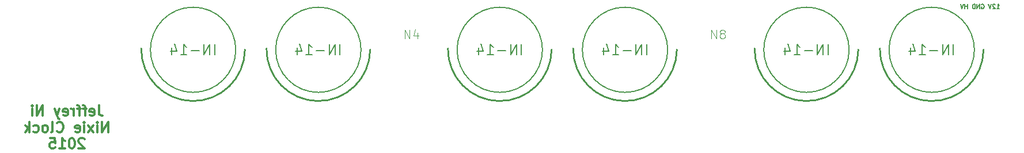
<source format=gbr>
G04 #@! TF.FileFunction,Legend,Bot*
%FSLAX46Y46*%
G04 Gerber Fmt 4.6, Leading zero omitted, Abs format (unit mm)*
G04 Created by KiCad (PCBNEW 4.0.0-rc1-stable) date 11/15/2015 9:58:47 PM*
%MOMM*%
G01*
G04 APERTURE LIST*
%ADD10C,0.100000*%
%ADD11C,0.158750*%
%ADD12C,0.300000*%
%ADD13C,0.127000*%
%ADD14C,0.254000*%
%ADD15C,0.150000*%
%ADD16C,0.088900*%
G04 APERTURE END LIST*
D10*
D11*
X168946286Y-72042262D02*
X169309144Y-72042262D01*
X169127715Y-72042262D02*
X169127715Y-71407262D01*
X169188191Y-71497976D01*
X169248667Y-71558452D01*
X169309144Y-71588690D01*
X168704382Y-71467738D02*
X168674144Y-71437500D01*
X168613667Y-71407262D01*
X168462477Y-71407262D01*
X168402001Y-71437500D01*
X168371763Y-71467738D01*
X168341524Y-71528214D01*
X168341524Y-71588690D01*
X168371763Y-71679405D01*
X168734620Y-72042262D01*
X168341524Y-72042262D01*
X168160096Y-71407262D02*
X167948429Y-72042262D01*
X167736762Y-71407262D01*
X166708666Y-71437500D02*
X166769143Y-71407262D01*
X166859857Y-71407262D01*
X166950571Y-71437500D01*
X167011047Y-71497976D01*
X167041286Y-71558452D01*
X167071524Y-71679405D01*
X167071524Y-71770119D01*
X167041286Y-71891071D01*
X167011047Y-71951548D01*
X166950571Y-72012024D01*
X166859857Y-72042262D01*
X166799381Y-72042262D01*
X166708666Y-72012024D01*
X166678428Y-71981786D01*
X166678428Y-71770119D01*
X166799381Y-71770119D01*
X166406286Y-72042262D02*
X166406286Y-71407262D01*
X166043428Y-72042262D01*
X166043428Y-71407262D01*
X165741048Y-72042262D02*
X165741048Y-71407262D01*
X165589857Y-71407262D01*
X165499143Y-71437500D01*
X165438667Y-71497976D01*
X165408428Y-71558452D01*
X165378190Y-71679405D01*
X165378190Y-71770119D01*
X165408428Y-71891071D01*
X165438667Y-71951548D01*
X165499143Y-72012024D01*
X165589857Y-72042262D01*
X165741048Y-72042262D01*
X164622238Y-72042262D02*
X164622238Y-71407262D01*
X164622238Y-71709643D02*
X164259380Y-71709643D01*
X164259380Y-72042262D02*
X164259380Y-71407262D01*
X164047714Y-71407262D02*
X163836047Y-72042262D01*
X163624380Y-71407262D01*
D12*
X36936571Y-86313571D02*
X36936571Y-87385000D01*
X37007999Y-87599286D01*
X37150856Y-87742143D01*
X37365142Y-87813571D01*
X37507999Y-87813571D01*
X35650857Y-87742143D02*
X35793714Y-87813571D01*
X36079428Y-87813571D01*
X36222285Y-87742143D01*
X36293714Y-87599286D01*
X36293714Y-87027857D01*
X36222285Y-86885000D01*
X36079428Y-86813571D01*
X35793714Y-86813571D01*
X35650857Y-86885000D01*
X35579428Y-87027857D01*
X35579428Y-87170714D01*
X36293714Y-87313571D01*
X35150857Y-86813571D02*
X34579428Y-86813571D01*
X34936571Y-87813571D02*
X34936571Y-86527857D01*
X34865143Y-86385000D01*
X34722285Y-86313571D01*
X34579428Y-86313571D01*
X34293714Y-86813571D02*
X33722285Y-86813571D01*
X34079428Y-87813571D02*
X34079428Y-86527857D01*
X34008000Y-86385000D01*
X33865142Y-86313571D01*
X33722285Y-86313571D01*
X33222285Y-87813571D02*
X33222285Y-86813571D01*
X33222285Y-87099286D02*
X33150857Y-86956429D01*
X33079428Y-86885000D01*
X32936571Y-86813571D01*
X32793714Y-86813571D01*
X31722286Y-87742143D02*
X31865143Y-87813571D01*
X32150857Y-87813571D01*
X32293714Y-87742143D01*
X32365143Y-87599286D01*
X32365143Y-87027857D01*
X32293714Y-86885000D01*
X32150857Y-86813571D01*
X31865143Y-86813571D01*
X31722286Y-86885000D01*
X31650857Y-87027857D01*
X31650857Y-87170714D01*
X32365143Y-87313571D01*
X31150857Y-86813571D02*
X30793714Y-87813571D01*
X30436572Y-86813571D02*
X30793714Y-87813571D01*
X30936572Y-88170714D01*
X31008000Y-88242143D01*
X31150857Y-88313571D01*
X28722286Y-87813571D02*
X28722286Y-86313571D01*
X27865143Y-87813571D01*
X27865143Y-86313571D01*
X27150857Y-87813571D02*
X27150857Y-86813571D01*
X27150857Y-86313571D02*
X27222286Y-86385000D01*
X27150857Y-86456429D01*
X27079429Y-86385000D01*
X27150857Y-86313571D01*
X27150857Y-86456429D01*
X38293714Y-90213571D02*
X38293714Y-88713571D01*
X37436571Y-90213571D01*
X37436571Y-88713571D01*
X36722285Y-90213571D02*
X36722285Y-89213571D01*
X36722285Y-88713571D02*
X36793714Y-88785000D01*
X36722285Y-88856429D01*
X36650857Y-88785000D01*
X36722285Y-88713571D01*
X36722285Y-88856429D01*
X36150856Y-90213571D02*
X35365142Y-89213571D01*
X36150856Y-89213571D02*
X35365142Y-90213571D01*
X34793713Y-90213571D02*
X34793713Y-89213571D01*
X34793713Y-88713571D02*
X34865142Y-88785000D01*
X34793713Y-88856429D01*
X34722285Y-88785000D01*
X34793713Y-88713571D01*
X34793713Y-88856429D01*
X33507999Y-90142143D02*
X33650856Y-90213571D01*
X33936570Y-90213571D01*
X34079427Y-90142143D01*
X34150856Y-89999286D01*
X34150856Y-89427857D01*
X34079427Y-89285000D01*
X33936570Y-89213571D01*
X33650856Y-89213571D01*
X33507999Y-89285000D01*
X33436570Y-89427857D01*
X33436570Y-89570714D01*
X34150856Y-89713571D01*
X30793713Y-90070714D02*
X30865142Y-90142143D01*
X31079428Y-90213571D01*
X31222285Y-90213571D01*
X31436570Y-90142143D01*
X31579428Y-89999286D01*
X31650856Y-89856429D01*
X31722285Y-89570714D01*
X31722285Y-89356429D01*
X31650856Y-89070714D01*
X31579428Y-88927857D01*
X31436570Y-88785000D01*
X31222285Y-88713571D01*
X31079428Y-88713571D01*
X30865142Y-88785000D01*
X30793713Y-88856429D01*
X29936570Y-90213571D02*
X30079428Y-90142143D01*
X30150856Y-89999286D01*
X30150856Y-88713571D01*
X29150856Y-90213571D02*
X29293714Y-90142143D01*
X29365142Y-90070714D01*
X29436571Y-89927857D01*
X29436571Y-89499286D01*
X29365142Y-89356429D01*
X29293714Y-89285000D01*
X29150856Y-89213571D01*
X28936571Y-89213571D01*
X28793714Y-89285000D01*
X28722285Y-89356429D01*
X28650856Y-89499286D01*
X28650856Y-89927857D01*
X28722285Y-90070714D01*
X28793714Y-90142143D01*
X28936571Y-90213571D01*
X29150856Y-90213571D01*
X27365142Y-90142143D02*
X27507999Y-90213571D01*
X27793713Y-90213571D01*
X27936571Y-90142143D01*
X28007999Y-90070714D01*
X28079428Y-89927857D01*
X28079428Y-89499286D01*
X28007999Y-89356429D01*
X27936571Y-89285000D01*
X27793713Y-89213571D01*
X27507999Y-89213571D01*
X27365142Y-89285000D01*
X26722285Y-90213571D02*
X26722285Y-88713571D01*
X26579428Y-89642143D02*
X26150857Y-90213571D01*
X26150857Y-89213571D02*
X26722285Y-89785000D01*
X34829428Y-91256429D02*
X34757999Y-91185000D01*
X34615142Y-91113571D01*
X34257999Y-91113571D01*
X34115142Y-91185000D01*
X34043713Y-91256429D01*
X33972285Y-91399286D01*
X33972285Y-91542143D01*
X34043713Y-91756429D01*
X34900856Y-92613571D01*
X33972285Y-92613571D01*
X33043714Y-91113571D02*
X32900857Y-91113571D01*
X32758000Y-91185000D01*
X32686571Y-91256429D01*
X32615142Y-91399286D01*
X32543714Y-91685000D01*
X32543714Y-92042143D01*
X32615142Y-92327857D01*
X32686571Y-92470714D01*
X32758000Y-92542143D01*
X32900857Y-92613571D01*
X33043714Y-92613571D01*
X33186571Y-92542143D01*
X33258000Y-92470714D01*
X33329428Y-92327857D01*
X33400857Y-92042143D01*
X33400857Y-91685000D01*
X33329428Y-91399286D01*
X33258000Y-91256429D01*
X33186571Y-91185000D01*
X33043714Y-91113571D01*
X31115143Y-92613571D02*
X31972286Y-92613571D01*
X31543714Y-92613571D02*
X31543714Y-91113571D01*
X31686571Y-91327857D01*
X31829429Y-91470714D01*
X31972286Y-91542143D01*
X29758000Y-91113571D02*
X30472286Y-91113571D01*
X30543715Y-91827857D01*
X30472286Y-91756429D01*
X30329429Y-91685000D01*
X29972286Y-91685000D01*
X29829429Y-91756429D01*
X29758000Y-91827857D01*
X29686572Y-91970714D01*
X29686572Y-92327857D01*
X29758000Y-92470714D01*
X29829429Y-92542143D01*
X29972286Y-92613571D01*
X30329429Y-92613571D01*
X30472286Y-92542143D01*
X30543715Y-92470714D01*
D13*
X57071811Y-78105000D02*
G75*
G03X57071811Y-78105000I-6271811J0D01*
G01*
D14*
X58419851Y-78118299D02*
G75*
G02X43180000Y-77947520I-7619851J92039D01*
G01*
D13*
X75486811Y-78105000D02*
G75*
G03X75486811Y-78105000I-6271811J0D01*
G01*
D14*
X76834851Y-78118299D02*
G75*
G02X61595000Y-77947520I-7619851J92039D01*
G01*
D13*
X102156811Y-78105000D02*
G75*
G03X102156811Y-78105000I-6271811J0D01*
G01*
D14*
X103504851Y-78118299D02*
G75*
G02X88265000Y-77947520I-7619851J92039D01*
G01*
D13*
X120571811Y-78105000D02*
G75*
G03X120571811Y-78105000I-6271811J0D01*
G01*
D14*
X121919851Y-78118299D02*
G75*
G02X106680000Y-77947520I-7619851J92039D01*
G01*
D13*
X147241811Y-78105000D02*
G75*
G03X147241811Y-78105000I-6271811J0D01*
G01*
D14*
X148589851Y-78118299D02*
G75*
G02X133350000Y-77947520I-7619851J92039D01*
G01*
D13*
X165656811Y-78105000D02*
G75*
G03X165656811Y-78105000I-6271811J0D01*
G01*
D14*
X167004851Y-78118299D02*
G75*
G02X151765000Y-77947520I-7619851J92039D01*
G01*
D15*
X53993143Y-78794429D02*
X53993143Y-77270429D01*
X53267429Y-78794429D02*
X53267429Y-77270429D01*
X52396572Y-78794429D01*
X52396572Y-77270429D01*
X51670858Y-78213857D02*
X50509715Y-78213857D01*
X48985715Y-78794429D02*
X49856572Y-78794429D01*
X49421144Y-78794429D02*
X49421144Y-77270429D01*
X49566287Y-77488143D01*
X49711429Y-77633286D01*
X49856572Y-77705857D01*
X47679429Y-77778429D02*
X47679429Y-78794429D01*
X48042286Y-77197857D02*
X48405143Y-78286429D01*
X47461715Y-78286429D01*
X72408143Y-78794429D02*
X72408143Y-77270429D01*
X71682429Y-78794429D02*
X71682429Y-77270429D01*
X70811572Y-78794429D01*
X70811572Y-77270429D01*
X70085858Y-78213857D02*
X68924715Y-78213857D01*
X67400715Y-78794429D02*
X68271572Y-78794429D01*
X67836144Y-78794429D02*
X67836144Y-77270429D01*
X67981287Y-77488143D01*
X68126429Y-77633286D01*
X68271572Y-77705857D01*
X66094429Y-77778429D02*
X66094429Y-78794429D01*
X66457286Y-77197857D02*
X66820143Y-78286429D01*
X65876715Y-78286429D01*
X99078143Y-78794429D02*
X99078143Y-77270429D01*
X98352429Y-78794429D02*
X98352429Y-77270429D01*
X97481572Y-78794429D01*
X97481572Y-77270429D01*
X96755858Y-78213857D02*
X95594715Y-78213857D01*
X94070715Y-78794429D02*
X94941572Y-78794429D01*
X94506144Y-78794429D02*
X94506144Y-77270429D01*
X94651287Y-77488143D01*
X94796429Y-77633286D01*
X94941572Y-77705857D01*
X92764429Y-77778429D02*
X92764429Y-78794429D01*
X93127286Y-77197857D02*
X93490143Y-78286429D01*
X92546715Y-78286429D01*
D16*
X81899881Y-76457024D02*
X81899881Y-75187024D01*
X82625595Y-76457024D01*
X82625595Y-75187024D01*
X83774643Y-75610357D02*
X83774643Y-76457024D01*
X83472262Y-75126548D02*
X83169881Y-76033690D01*
X83956071Y-76033690D01*
D15*
X117493143Y-78794429D02*
X117493143Y-77270429D01*
X116767429Y-78794429D02*
X116767429Y-77270429D01*
X115896572Y-78794429D01*
X115896572Y-77270429D01*
X115170858Y-78213857D02*
X114009715Y-78213857D01*
X112485715Y-78794429D02*
X113356572Y-78794429D01*
X112921144Y-78794429D02*
X112921144Y-77270429D01*
X113066287Y-77488143D01*
X113211429Y-77633286D01*
X113356572Y-77705857D01*
X111179429Y-77778429D02*
X111179429Y-78794429D01*
X111542286Y-77197857D02*
X111905143Y-78286429D01*
X110961715Y-78286429D01*
X144163143Y-78794429D02*
X144163143Y-77270429D01*
X143437429Y-78794429D02*
X143437429Y-77270429D01*
X142566572Y-78794429D01*
X142566572Y-77270429D01*
X141840858Y-78213857D02*
X140679715Y-78213857D01*
X139155715Y-78794429D02*
X140026572Y-78794429D01*
X139591144Y-78794429D02*
X139591144Y-77270429D01*
X139736287Y-77488143D01*
X139881429Y-77633286D01*
X140026572Y-77705857D01*
X137849429Y-77778429D02*
X137849429Y-78794429D01*
X138212286Y-77197857D02*
X138575143Y-78286429D01*
X137631715Y-78286429D01*
X162578143Y-78794429D02*
X162578143Y-77270429D01*
X161852429Y-78794429D02*
X161852429Y-77270429D01*
X160981572Y-78794429D01*
X160981572Y-77270429D01*
X160255858Y-78213857D02*
X159094715Y-78213857D01*
X157570715Y-78794429D02*
X158441572Y-78794429D01*
X158006144Y-78794429D02*
X158006144Y-77270429D01*
X158151287Y-77488143D01*
X158296429Y-77633286D01*
X158441572Y-77705857D01*
X156264429Y-77778429D02*
X156264429Y-78794429D01*
X156627286Y-77197857D02*
X156990143Y-78286429D01*
X156046715Y-78286429D01*
D16*
X126984881Y-76457024D02*
X126984881Y-75187024D01*
X127710595Y-76457024D01*
X127710595Y-75187024D01*
X128496786Y-75731310D02*
X128375833Y-75670833D01*
X128315357Y-75610357D01*
X128254881Y-75489405D01*
X128254881Y-75428929D01*
X128315357Y-75307976D01*
X128375833Y-75247500D01*
X128496786Y-75187024D01*
X128738690Y-75187024D01*
X128859643Y-75247500D01*
X128920119Y-75307976D01*
X128980595Y-75428929D01*
X128980595Y-75489405D01*
X128920119Y-75610357D01*
X128859643Y-75670833D01*
X128738690Y-75731310D01*
X128496786Y-75731310D01*
X128375833Y-75791786D01*
X128315357Y-75852262D01*
X128254881Y-75973214D01*
X128254881Y-76215119D01*
X128315357Y-76336071D01*
X128375833Y-76396548D01*
X128496786Y-76457024D01*
X128738690Y-76457024D01*
X128859643Y-76396548D01*
X128920119Y-76336071D01*
X128980595Y-76215119D01*
X128980595Y-75973214D01*
X128920119Y-75852262D01*
X128859643Y-75791786D01*
X128738690Y-75731310D01*
M02*

</source>
